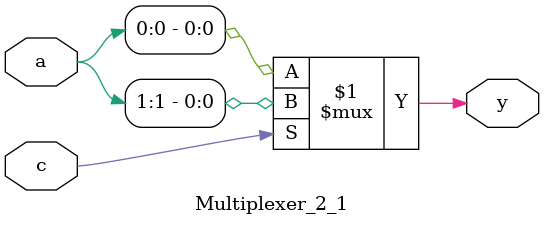
<source format=v>

module Multiplexer_2_1(input [1:0] a, input c, output y);
    assign y = c ? a[1] : a[0];
endmodule

</source>
